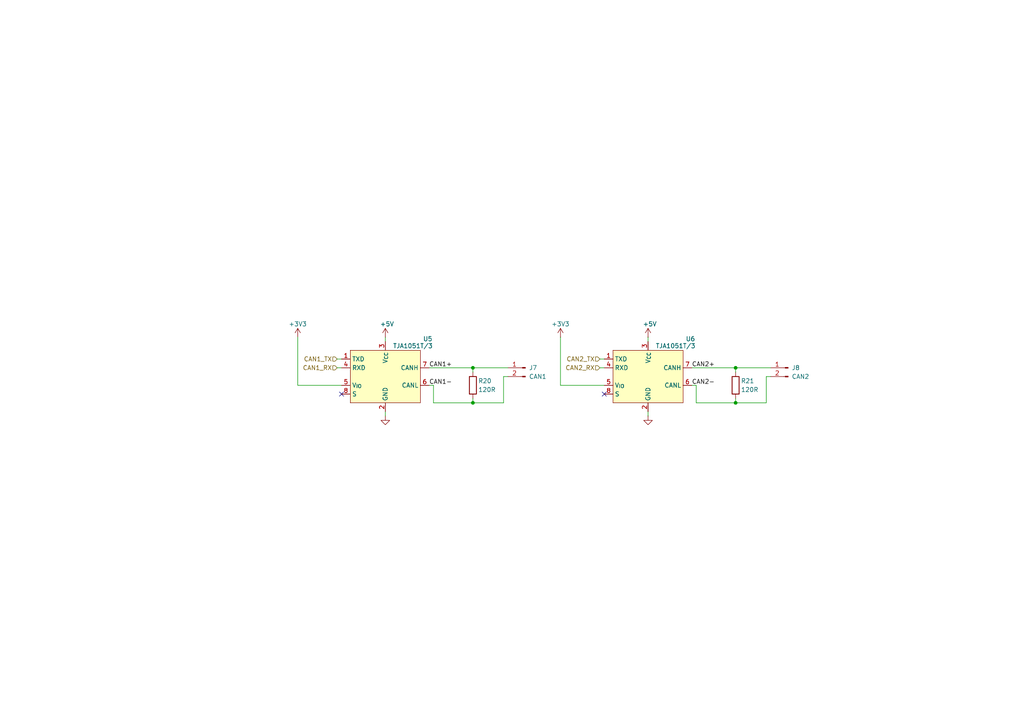
<source format=kicad_sch>
(kicad_sch (version 20231120) (generator "eeschema") (generator_version "8.0")
  (paper "A4")
  (title_block (title "Nerve PCB") (rev "0.1.0-alpha") (company "Daniel Jeon"))
  (lib_symbols
    (symbol "Connector:Conn_01x02_Pin" (pin_names (offset 1.016) hide)
      (property "Reference" "J" (at 0 2.54 0))
      (property "Value" "Conn_01x02_Pin" (at 0 -5.08 0))
      (symbol "Conn_01x02_Pin_1_1"
        (polyline (pts (xy 1.27 -2.54) (xy 0.8636 -2.54)) (stroke (width 0.1524)))
        (polyline (pts (xy 1.27 0) (xy 0.8636 0)) (stroke (width 0.1524)))
        (rectangle (start 0.8636 -2.413) (end 0 -2.667) (stroke (width 0.1524)) (fill (type outline)))
        (rectangle (start 0.8636 0.127) (end 0 -0.127) (stroke (width 0.1524)) (fill (type outline)))
        (pin passive line (at 5.08 0 180) (length 3.81) (name "Pin_1") (number "1"))
        (pin passive line (at 5.08 -2.54 180) (length 3.81) (name "Pin_2") (number "2"))
      )
    )
    (symbol "Device:R" (pin_numbers hide) (pin_names (offset 0))
      (property "Reference" "R" (at 2.032 0 90))
      (property "Value" "R" (at 0 0 90))
      (symbol "R_0_1"
        (rectangle (start -1.016 -2.54) (end 1.016 2.54) (stroke (width 0.254)))
      )
      (symbol "R_1_1"
        (pin passive line (at 0 3.81 270) (length 1.27) (name "~") (number "1"))
        (pin passive line (at 0 -3.81 90) (length 1.27) (name "~") (number "2"))
      )
    )
    (symbol "nxp:tja1051t-3" (exclude_from_sim yes)
      (property "Reference" "U" (at 8.89 8.89 0))
      (symbol "tja1051t-3_1_1"
        (rectangle (start -10.16 7.62) (end 10.16 -7.62) (fill (type background)))
        (pin input line (at -12.7 5.08 0) (length 2.54) (name "TXD") (number "1"))
        (pin power_in line (at 0 -10.16 90) (length 2.54) (name "GND") (number "2"))
        (pin power_in line (at 0 10.16 270) (length 2.54) (name "V_{CC}") (number "3"))
        (pin output line (at -12.7 2.54 0) (length 2.54) (name "RXD") (number "4"))
        (pin power_in line (at -12.7 -2.54 0) (length 2.54) (name "V_{IO}") (number "5"))
        (pin bidirectional line (at 12.7 -2.54 180) (length 2.54) (name "CANL") (number "6"))
        (pin bidirectional line (at 12.7 2.54 180) (length 2.54) (name "CANH") (number "7"))
        (pin input line (at -12.7 -5.08 0) (length 2.54) (name "S") (number "8"))
      )
    )
    (symbol "power:+3V3" (power) (pin_numbers hide) (pin_names (offset 0) hide)
      (property "Value" "+3V3" (at 0 3.556 0))
      (symbol "+3V3_0_1"
        (polyline (pts (xy -0.762 1.27) (xy 0 2.54)))
        (polyline (pts (xy 0 0) (xy 0 2.54)))
        (polyline (pts (xy 0 2.54) (xy 0.762 1.27)))
      )
      (symbol "+3V3_1_1"
        (pin power_in line (at 0 0 90) (length 0) (name "~") (number "1"))
      )
    )
    (symbol "power:+5V" (power) (pin_numbers hide) (pin_names (offset 0) hide)
      (property "Value" "+5V" (at 0 3.556 0))
      (symbol "+5V_0_1"
        (polyline (pts (xy -0.762 1.27) (xy 0 2.54)))
        (polyline (pts (xy 0 0) (xy 0 2.54)))
        (polyline (pts (xy 0 2.54) (xy 0.762 1.27)))
      )
      (symbol "+5V_1_1"
        (pin power_in line (at 0 0 90) (length 0) (name "~") (number "1"))
      )
    )
    (symbol "power:GND" (power) (pin_numbers hide) (pin_names (offset 0) hide)
      (property "Value" "GND" (at 0 -3.81 0))
      (symbol "GND_0_1"
        (polyline (pts (xy 0 0) (xy 0 -1.27) (xy 1.27 -1.27) (xy 0 -2.54) (xy -1.27 -1.27) (xy 0 -1.27)))
      )
      (symbol "GND_1_1"
        (pin power_in line (at 0 0 270) (length 0) (name "~") (number "1"))
      )
    )
  )
  (junction (at 213.36 106.68))
  (junction (at 137.16 116.84))
  (junction (at 137.16 106.68))
  (junction (at 213.36 116.84))
  (no_connect (at 175.26 114.3))
  (no_connect (at 99.06 114.3))
  (wire (pts (xy 222.25 109.22) (xy 223.52 109.22)))
  (wire (pts (xy 201.93 116.84) (xy 201.93 111.76)))
  (wire (pts (xy 86.36 111.76) (xy 99.06 111.76)))
  (wire (pts (xy 124.46 106.68) (xy 137.16 106.68)))
  (wire (pts (xy 162.56 97.79) (xy 162.56 111.76)))
  (wire (pts (xy 201.93 116.84) (xy 213.36 116.84)))
  (wire (pts (xy 97.79 104.14) (xy 99.06 104.14)))
  (wire (pts (xy 111.76 97.79) (xy 111.76 99.06)))
  (wire (pts (xy 125.73 111.76) (xy 125.73 116.84)))
  (wire (pts (xy 213.36 107.95) (xy 213.36 106.68)))
  (wire (pts (xy 201.93 111.76) (xy 200.66 111.76)))
  (wire (pts (xy 111.76 120.65) (xy 111.76 119.38)))
  (wire (pts (xy 213.36 116.84) (xy 222.25 116.84)))
  (wire (pts (xy 187.96 97.79) (xy 187.96 99.06)))
  (wire (pts (xy 125.73 111.76) (xy 124.46 111.76)))
  (wire (pts (xy 187.96 120.65) (xy 187.96 119.38)))
  (wire (pts (xy 86.36 97.79) (xy 86.36 111.76)))
  (wire (pts (xy 173.99 104.14) (xy 175.26 104.14)))
  (wire (pts (xy 137.16 107.95) (xy 137.16 106.68)))
  (wire (pts (xy 173.99 106.68) (xy 175.26 106.68)))
  (wire (pts (xy 137.16 106.68) (xy 147.32 106.68)))
  (wire (pts (xy 213.36 106.68) (xy 223.52 106.68)))
  (wire (pts (xy 213.36 115.57) (xy 213.36 116.84)))
  (wire (pts (xy 137.16 116.84) (xy 137.16 115.57)))
  (wire (pts (xy 125.73 116.84) (xy 137.16 116.84)))
  (wire (pts (xy 200.66 106.68) (xy 213.36 106.68)))
  (wire (pts (xy 137.16 116.84) (xy 146.05 116.84)))
  (wire (pts (xy 146.05 109.22) (xy 147.32 109.22)))
  (wire (pts (xy 162.56 111.76) (xy 175.26 111.76)))
  (wire (pts (xy 146.05 116.84) (xy 146.05 109.22)))
  (wire (pts (xy 222.25 116.84) (xy 222.25 109.22)))
  (wire (pts (xy 97.79 106.68) (xy 99.06 106.68)))
  (label "CAN1-" (at 124.46 111.76 0))
  (label "CAN1+" (at 124.46 106.68 0))
  (label "CAN2+" (at 200.66 106.68 0))
  (label "CAN2-" (at 200.66 111.76 0))
  (hierarchical_label "CAN1_TX" (shape input) (at 97.79 104.14 180))
  (hierarchical_label "CAN1_RX" (shape input) (at 97.79 106.68 180))
  (hierarchical_label "CAN2_TX" (shape input) (at 173.99 104.14 180))
  (hierarchical_label "CAN2_RX" (shape input) (at 173.99 106.68 180))
  (symbol (lib_id "power:GND") (at 111.76 120.65 0) (unit 1)
    (property "Reference" "#PWR083" (effects (hide yes)))
    (property "Value" "GND" (effects (hide yes)))
    (property "Description" "Power symbol creates a global label with name \"GND\" , ground" (effects (hide yes)))
  )
  (symbol (lib_id "power:+3V3") (at 86.36 97.79 0) (unit 1)
    (property "Reference" "#PWR079" (effects (hide yes)))
    (property "Value" "+3V3" (at 86.36 93.98 0))
    (property "Description" "Power symbol creates a global label with name \"+3V3\"" (effects (hide yes)))
  )
  (symbol (lib_id "Device:R") (at 137.16 111.76 0) (unit 1)
    (property "Reference" "R20" (at 138.684 110.49 0) (effects (justify left)))
    (property "Value" "120R" (at 138.684 113.03 0) (effects (justify left)))
    (property "Footprint" "Resistor_SMD:R_0603_1608Metric" (effects (hide yes)))
    (property "Description" "Resistor" (effects (hide yes)))
  )
  (symbol (lib_id "nxp:tja1051t-3") (at 187.96 109.22 0) (unit 1) (exclude_from_sim yes)
    (property "Reference" "U6" (at 198.882 98.298 0) (effects (justify left)))
    (property "Value" "TJA1051T/3" (at 190.1541 100.33 0) (effects (justify left)))
    (property "Footprint" "nxp:sot96-1_soic-8" (effects (hide yes)))
    (property "Datasheet" "https://www.nxp.com/docs/en/data-sheet/TJA1051.pdf" (effects (hide yes)))
    (property "Description" "1/1 Transceiver Half CANbus 8-SO" (effects (hide yes)))
    (property "Manufacturer" "NXP USA Inc." (effects (hide yes)))
    (property "Manufacturer Part Number" "TJA1051T/3" (effects (hide yes)))
    (property "Distributor" "DigiKey" (effects (hide yes)))
    (property "Distributor Part Number" "568-8684-1-ND" (effects (hide yes)))
    (property "Distributor Link" "https://www.digikey.ca/en/products/detail/nxp-usa-inc/TJA1051T-3-118/2406253" (effects (hide yes)))
  )
  (symbol (lib_id "power:+5V") (at 111.76 97.79 0) (unit 1)
    (property "Reference" "#PWR080" (effects (hide yes)))
    (property "Value" "+5V" (at 112.268 93.98 0))
    (property "Description" "Power symbol creates a global label with name \"+5V\"" (effects (hide yes)))
  )
  (symbol (lib_id "power:+3V3") (at 162.56 97.79 0) (unit 1)
    (property "Reference" "#PWR081" (effects (hide yes)))
    (property "Value" "+3V3" (at 162.56 93.98 0))
    (property "Description" "Power symbol creates a global label with name \"+3V3\"" (effects (hide yes)))
  )
  (symbol (lib_id "power:+5V") (at 187.96 97.79 0) (unit 1)
    (property "Reference" "#PWR082" (effects (hide yes)))
    (property "Value" "+5V" (at 188.468 93.98 0))
    (property "Description" "Power symbol creates a global label with name \"+5V\"" (effects (hide yes)))
  )
  (symbol (lib_id "nxp:tja1051t-3") (at 111.76 109.22 0) (unit 1) (exclude_from_sim yes)
    (property "Reference" "U5" (at 122.682 98.298 0) (effects (justify left)))
    (property "Value" "TJA1051T/3" (at 113.9541 100.33 0) (effects (justify left)))
    (property "Footprint" "nxp:sot96-1_soic-8" (effects (hide yes)))
    (property "Datasheet" "https://www.nxp.com/docs/en/data-sheet/TJA1051.pdf" (effects (hide yes)))
    (property "Description" "1/1 Transceiver Half CANbus 8-SO" (effects (hide yes)))
    (property "Manufacturer" "NXP USA Inc." (effects (hide yes)))
    (property "Manufacturer Part Number" "TJA1051T/3" (effects (hide yes)))
    (property "Distributor" "DigiKey" (effects (hide yes)))
    (property "Distributor Part Number" "568-8684-1-ND" (effects (hide yes)))
    (property "Distributor Link" "https://www.digikey.ca/en/products/detail/nxp-usa-inc/TJA1051T-3-118/2406253" (effects (hide yes)))
  )
  (symbol (lib_id "Connector:Conn_01x02_Pin") (at 152.4 106.68 0) (mirror y) (unit 1)
    (property "Reference" "J7" (at 153.416 106.68 0) (effects (justify right)))
    (property "Value" "CAN1" (at 153.416 109.22 0) (effects (justify right)))
    (property "Footprint" "Connector_PinHeader_2.54mm:PinHeader_1x02_P2.54mm_Vertical" (effects (hide yes)))
    (property "Description" "Generic connector, single row, 01x02, script generated" (effects (hide yes)))
  )
  (symbol (lib_id "Connector:Conn_01x02_Pin") (at 228.6 106.68 0) (mirror y) (unit 1)
    (property "Reference" "J8" (at 229.616 106.68 0) (effects (justify right)))
    (property "Value" "CAN2" (at 229.616 109.22 0) (effects (justify right)))
    (property "Footprint" "Connector_PinHeader_2.54mm:PinHeader_1x02_P2.54mm_Vertical" (effects (hide yes)))
    (property "Description" "Generic connector, single row, 01x02, script generated" (effects (hide yes)))
  )
  (symbol (lib_id "Device:R") (at 213.36 111.76 0) (unit 1)
    (property "Reference" "R21" (at 214.884 110.49 0) (effects (justify left)))
    (property "Value" "120R" (at 214.884 113.03 0) (effects (justify left)))
    (property "Footprint" "Resistor_SMD:R_0603_1608Metric" (effects (hide yes)))
    (property "Description" "Resistor" (effects (hide yes)))
  )
  (symbol (lib_id "power:GND") (at 187.96 120.65 0) (unit 1)
    (property "Reference" "#PWR084" (effects (hide yes)))
    (property "Value" "GND" (effects (hide yes)))
    (property "Description" "Power symbol creates a global label with name \"GND\" , ground" (effects (hide yes)))
  )
)
</source>
